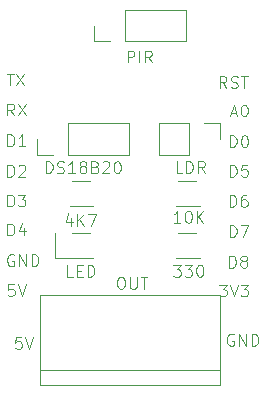
<source format=gbr>
G04 #@! TF.FileFunction,Legend,Top*
%FSLAX46Y46*%
G04 Gerber Fmt 4.6, Leading zero omitted, Abs format (unit mm)*
G04 Created by KiCad (PCBNEW 4.0.7) date 08/03/18 16:25:06*
%MOMM*%
%LPD*%
G01*
G04 APERTURE LIST*
%ADD10C,0.100000*%
%ADD11C,0.120000*%
%ADD12R,1.400000X2.000000*%
%ADD13R,2.400000X2.100000*%
%ADD14R,2.100000X2.100000*%
%ADD15O,2.100000X2.100000*%
%ADD16R,3.400000X3.400000*%
%ADD17C,3.400000*%
%ADD18C,2.200000*%
G04 APERTURE END LIST*
D10*
X156877381Y-95477381D02*
X156544047Y-95001190D01*
X156305952Y-95477381D02*
X156305952Y-94477381D01*
X156686905Y-94477381D01*
X156782143Y-94525000D01*
X156829762Y-94572619D01*
X156877381Y-94667857D01*
X156877381Y-94810714D01*
X156829762Y-94905952D01*
X156782143Y-94953571D01*
X156686905Y-95001190D01*
X156305952Y-95001190D01*
X157258333Y-95429762D02*
X157401190Y-95477381D01*
X157639286Y-95477381D01*
X157734524Y-95429762D01*
X157782143Y-95382143D01*
X157829762Y-95286905D01*
X157829762Y-95191667D01*
X157782143Y-95096429D01*
X157734524Y-95048810D01*
X157639286Y-95001190D01*
X157448809Y-94953571D01*
X157353571Y-94905952D01*
X157305952Y-94858333D01*
X157258333Y-94763095D01*
X157258333Y-94667857D01*
X157305952Y-94572619D01*
X157353571Y-94525000D01*
X157448809Y-94477381D01*
X157686905Y-94477381D01*
X157829762Y-94525000D01*
X158115476Y-94477381D02*
X158686905Y-94477381D01*
X158401190Y-95477381D02*
X158401190Y-94477381D01*
X157235714Y-97591667D02*
X157711905Y-97591667D01*
X157140476Y-97877381D02*
X157473809Y-96877381D01*
X157807143Y-97877381D01*
X158330952Y-96877381D02*
X158426191Y-96877381D01*
X158521429Y-96925000D01*
X158569048Y-96972619D01*
X158616667Y-97067857D01*
X158664286Y-97258333D01*
X158664286Y-97496429D01*
X158616667Y-97686905D01*
X158569048Y-97782143D01*
X158521429Y-97829762D01*
X158426191Y-97877381D01*
X158330952Y-97877381D01*
X158235714Y-97829762D01*
X158188095Y-97782143D01*
X158140476Y-97686905D01*
X158092857Y-97496429D01*
X158092857Y-97258333D01*
X158140476Y-97067857D01*
X158188095Y-96972619D01*
X158235714Y-96925000D01*
X158330952Y-96877381D01*
X157161905Y-100477381D02*
X157161905Y-99477381D01*
X157400000Y-99477381D01*
X157542858Y-99525000D01*
X157638096Y-99620238D01*
X157685715Y-99715476D01*
X157733334Y-99905952D01*
X157733334Y-100048810D01*
X157685715Y-100239286D01*
X157638096Y-100334524D01*
X157542858Y-100429762D01*
X157400000Y-100477381D01*
X157161905Y-100477381D01*
X158352381Y-99477381D02*
X158447620Y-99477381D01*
X158542858Y-99525000D01*
X158590477Y-99572619D01*
X158638096Y-99667857D01*
X158685715Y-99858333D01*
X158685715Y-100096429D01*
X158638096Y-100286905D01*
X158590477Y-100382143D01*
X158542858Y-100429762D01*
X158447620Y-100477381D01*
X158352381Y-100477381D01*
X158257143Y-100429762D01*
X158209524Y-100382143D01*
X158161905Y-100286905D01*
X158114286Y-100096429D01*
X158114286Y-99858333D01*
X158161905Y-99667857D01*
X158209524Y-99572619D01*
X158257143Y-99525000D01*
X158352381Y-99477381D01*
X157161905Y-102977381D02*
X157161905Y-101977381D01*
X157400000Y-101977381D01*
X157542858Y-102025000D01*
X157638096Y-102120238D01*
X157685715Y-102215476D01*
X157733334Y-102405952D01*
X157733334Y-102548810D01*
X157685715Y-102739286D01*
X157638096Y-102834524D01*
X157542858Y-102929762D01*
X157400000Y-102977381D01*
X157161905Y-102977381D01*
X158638096Y-101977381D02*
X158161905Y-101977381D01*
X158114286Y-102453571D01*
X158161905Y-102405952D01*
X158257143Y-102358333D01*
X158495239Y-102358333D01*
X158590477Y-102405952D01*
X158638096Y-102453571D01*
X158685715Y-102548810D01*
X158685715Y-102786905D01*
X158638096Y-102882143D01*
X158590477Y-102929762D01*
X158495239Y-102977381D01*
X158257143Y-102977381D01*
X158161905Y-102929762D01*
X158114286Y-102882143D01*
X157136905Y-105527381D02*
X157136905Y-104527381D01*
X157375000Y-104527381D01*
X157517858Y-104575000D01*
X157613096Y-104670238D01*
X157660715Y-104765476D01*
X157708334Y-104955952D01*
X157708334Y-105098810D01*
X157660715Y-105289286D01*
X157613096Y-105384524D01*
X157517858Y-105479762D01*
X157375000Y-105527381D01*
X157136905Y-105527381D01*
X158565477Y-104527381D02*
X158375000Y-104527381D01*
X158279762Y-104575000D01*
X158232143Y-104622619D01*
X158136905Y-104765476D01*
X158089286Y-104955952D01*
X158089286Y-105336905D01*
X158136905Y-105432143D01*
X158184524Y-105479762D01*
X158279762Y-105527381D01*
X158470239Y-105527381D01*
X158565477Y-105479762D01*
X158613096Y-105432143D01*
X158660715Y-105336905D01*
X158660715Y-105098810D01*
X158613096Y-105003571D01*
X158565477Y-104955952D01*
X158470239Y-104908333D01*
X158279762Y-104908333D01*
X158184524Y-104955952D01*
X158136905Y-105003571D01*
X158089286Y-105098810D01*
X157161905Y-108102381D02*
X157161905Y-107102381D01*
X157400000Y-107102381D01*
X157542858Y-107150000D01*
X157638096Y-107245238D01*
X157685715Y-107340476D01*
X157733334Y-107530952D01*
X157733334Y-107673810D01*
X157685715Y-107864286D01*
X157638096Y-107959524D01*
X157542858Y-108054762D01*
X157400000Y-108102381D01*
X157161905Y-108102381D01*
X158066667Y-107102381D02*
X158733334Y-107102381D01*
X158304762Y-108102381D01*
X157111905Y-110677381D02*
X157111905Y-109677381D01*
X157350000Y-109677381D01*
X157492858Y-109725000D01*
X157588096Y-109820238D01*
X157635715Y-109915476D01*
X157683334Y-110105952D01*
X157683334Y-110248810D01*
X157635715Y-110439286D01*
X157588096Y-110534524D01*
X157492858Y-110629762D01*
X157350000Y-110677381D01*
X157111905Y-110677381D01*
X158254762Y-110105952D02*
X158159524Y-110058333D01*
X158111905Y-110010714D01*
X158064286Y-109915476D01*
X158064286Y-109867857D01*
X158111905Y-109772619D01*
X158159524Y-109725000D01*
X158254762Y-109677381D01*
X158445239Y-109677381D01*
X158540477Y-109725000D01*
X158588096Y-109772619D01*
X158635715Y-109867857D01*
X158635715Y-109915476D01*
X158588096Y-110010714D01*
X158540477Y-110058333D01*
X158445239Y-110105952D01*
X158254762Y-110105952D01*
X158159524Y-110153571D01*
X158111905Y-110201190D01*
X158064286Y-110296429D01*
X158064286Y-110486905D01*
X158111905Y-110582143D01*
X158159524Y-110629762D01*
X158254762Y-110677381D01*
X158445239Y-110677381D01*
X158540477Y-110629762D01*
X158588096Y-110582143D01*
X158635715Y-110486905D01*
X158635715Y-110296429D01*
X158588096Y-110201190D01*
X158540477Y-110153571D01*
X158445239Y-110105952D01*
X156261905Y-112127381D02*
X156880953Y-112127381D01*
X156547619Y-112508333D01*
X156690477Y-112508333D01*
X156785715Y-112555952D01*
X156833334Y-112603571D01*
X156880953Y-112698810D01*
X156880953Y-112936905D01*
X156833334Y-113032143D01*
X156785715Y-113079762D01*
X156690477Y-113127381D01*
X156404762Y-113127381D01*
X156309524Y-113079762D01*
X156261905Y-113032143D01*
X157166667Y-112127381D02*
X157500000Y-113127381D01*
X157833334Y-112127381D01*
X158071429Y-112127381D02*
X158690477Y-112127381D01*
X158357143Y-112508333D01*
X158500001Y-112508333D01*
X158595239Y-112555952D01*
X158642858Y-112603571D01*
X158690477Y-112698810D01*
X158690477Y-112936905D01*
X158642858Y-113032143D01*
X158595239Y-113079762D01*
X158500001Y-113127381D01*
X158214286Y-113127381D01*
X158119048Y-113079762D01*
X158071429Y-113032143D01*
X138288095Y-94252381D02*
X138859524Y-94252381D01*
X138573809Y-95252381D02*
X138573809Y-94252381D01*
X139097619Y-94252381D02*
X139764286Y-95252381D01*
X139764286Y-94252381D02*
X139097619Y-95252381D01*
X138908334Y-97802381D02*
X138575000Y-97326190D01*
X138336905Y-97802381D02*
X138336905Y-96802381D01*
X138717858Y-96802381D01*
X138813096Y-96850000D01*
X138860715Y-96897619D01*
X138908334Y-96992857D01*
X138908334Y-97135714D01*
X138860715Y-97230952D01*
X138813096Y-97278571D01*
X138717858Y-97326190D01*
X138336905Y-97326190D01*
X139241667Y-96802381D02*
X139908334Y-97802381D01*
X139908334Y-96802381D02*
X139241667Y-97802381D01*
X138336905Y-100402381D02*
X138336905Y-99402381D01*
X138575000Y-99402381D01*
X138717858Y-99450000D01*
X138813096Y-99545238D01*
X138860715Y-99640476D01*
X138908334Y-99830952D01*
X138908334Y-99973810D01*
X138860715Y-100164286D01*
X138813096Y-100259524D01*
X138717858Y-100354762D01*
X138575000Y-100402381D01*
X138336905Y-100402381D01*
X139860715Y-100402381D02*
X139289286Y-100402381D01*
X139575000Y-100402381D02*
X139575000Y-99402381D01*
X139479762Y-99545238D01*
X139384524Y-99640476D01*
X139289286Y-99688095D01*
X138336905Y-102977381D02*
X138336905Y-101977381D01*
X138575000Y-101977381D01*
X138717858Y-102025000D01*
X138813096Y-102120238D01*
X138860715Y-102215476D01*
X138908334Y-102405952D01*
X138908334Y-102548810D01*
X138860715Y-102739286D01*
X138813096Y-102834524D01*
X138717858Y-102929762D01*
X138575000Y-102977381D01*
X138336905Y-102977381D01*
X139289286Y-102072619D02*
X139336905Y-102025000D01*
X139432143Y-101977381D01*
X139670239Y-101977381D01*
X139765477Y-102025000D01*
X139813096Y-102072619D01*
X139860715Y-102167857D01*
X139860715Y-102263095D01*
X139813096Y-102405952D01*
X139241667Y-102977381D01*
X139860715Y-102977381D01*
X138336905Y-105502381D02*
X138336905Y-104502381D01*
X138575000Y-104502381D01*
X138717858Y-104550000D01*
X138813096Y-104645238D01*
X138860715Y-104740476D01*
X138908334Y-104930952D01*
X138908334Y-105073810D01*
X138860715Y-105264286D01*
X138813096Y-105359524D01*
X138717858Y-105454762D01*
X138575000Y-105502381D01*
X138336905Y-105502381D01*
X139241667Y-104502381D02*
X139860715Y-104502381D01*
X139527381Y-104883333D01*
X139670239Y-104883333D01*
X139765477Y-104930952D01*
X139813096Y-104978571D01*
X139860715Y-105073810D01*
X139860715Y-105311905D01*
X139813096Y-105407143D01*
X139765477Y-105454762D01*
X139670239Y-105502381D01*
X139384524Y-105502381D01*
X139289286Y-105454762D01*
X139241667Y-105407143D01*
X138336905Y-107952381D02*
X138336905Y-106952381D01*
X138575000Y-106952381D01*
X138717858Y-107000000D01*
X138813096Y-107095238D01*
X138860715Y-107190476D01*
X138908334Y-107380952D01*
X138908334Y-107523810D01*
X138860715Y-107714286D01*
X138813096Y-107809524D01*
X138717858Y-107904762D01*
X138575000Y-107952381D01*
X138336905Y-107952381D01*
X139765477Y-107285714D02*
X139765477Y-107952381D01*
X139527381Y-106904762D02*
X139289286Y-107619048D01*
X139908334Y-107619048D01*
X138863096Y-109600000D02*
X138767858Y-109552381D01*
X138625001Y-109552381D01*
X138482143Y-109600000D01*
X138386905Y-109695238D01*
X138339286Y-109790476D01*
X138291667Y-109980952D01*
X138291667Y-110123810D01*
X138339286Y-110314286D01*
X138386905Y-110409524D01*
X138482143Y-110504762D01*
X138625001Y-110552381D01*
X138720239Y-110552381D01*
X138863096Y-110504762D01*
X138910715Y-110457143D01*
X138910715Y-110123810D01*
X138720239Y-110123810D01*
X139339286Y-110552381D02*
X139339286Y-109552381D01*
X139910715Y-110552381D01*
X139910715Y-109552381D01*
X140386905Y-110552381D02*
X140386905Y-109552381D01*
X140625000Y-109552381D01*
X140767858Y-109600000D01*
X140863096Y-109695238D01*
X140910715Y-109790476D01*
X140958334Y-109980952D01*
X140958334Y-110123810D01*
X140910715Y-110314286D01*
X140863096Y-110409524D01*
X140767858Y-110504762D01*
X140625000Y-110552381D01*
X140386905Y-110552381D01*
X138884524Y-112077381D02*
X138408333Y-112077381D01*
X138360714Y-112553571D01*
X138408333Y-112505952D01*
X138503571Y-112458333D01*
X138741667Y-112458333D01*
X138836905Y-112505952D01*
X138884524Y-112553571D01*
X138932143Y-112648810D01*
X138932143Y-112886905D01*
X138884524Y-112982143D01*
X138836905Y-113029762D01*
X138741667Y-113077381D01*
X138503571Y-113077381D01*
X138408333Y-113029762D01*
X138360714Y-112982143D01*
X139217857Y-112077381D02*
X139551190Y-113077381D01*
X139884524Y-112077381D01*
X147844000Y-111466381D02*
X148034477Y-111466381D01*
X148129715Y-111514000D01*
X148224953Y-111609238D01*
X148272572Y-111799714D01*
X148272572Y-112133048D01*
X148224953Y-112323524D01*
X148129715Y-112418762D01*
X148034477Y-112466381D01*
X147844000Y-112466381D01*
X147748762Y-112418762D01*
X147653524Y-112323524D01*
X147605905Y-112133048D01*
X147605905Y-111799714D01*
X147653524Y-111609238D01*
X147748762Y-111514000D01*
X147844000Y-111466381D01*
X148701143Y-111466381D02*
X148701143Y-112275905D01*
X148748762Y-112371143D01*
X148796381Y-112418762D01*
X148891619Y-112466381D01*
X149082096Y-112466381D01*
X149177334Y-112418762D01*
X149224953Y-112371143D01*
X149272572Y-112275905D01*
X149272572Y-111466381D01*
X149605905Y-111466381D02*
X150177334Y-111466381D01*
X149891619Y-112466381D02*
X149891619Y-111466381D01*
X157480096Y-116340000D02*
X157384858Y-116292381D01*
X157242001Y-116292381D01*
X157099143Y-116340000D01*
X157003905Y-116435238D01*
X156956286Y-116530476D01*
X156908667Y-116720952D01*
X156908667Y-116863810D01*
X156956286Y-117054286D01*
X157003905Y-117149524D01*
X157099143Y-117244762D01*
X157242001Y-117292381D01*
X157337239Y-117292381D01*
X157480096Y-117244762D01*
X157527715Y-117197143D01*
X157527715Y-116863810D01*
X157337239Y-116863810D01*
X157956286Y-117292381D02*
X157956286Y-116292381D01*
X158527715Y-117292381D01*
X158527715Y-116292381D01*
X159003905Y-117292381D02*
X159003905Y-116292381D01*
X159242000Y-116292381D01*
X159384858Y-116340000D01*
X159480096Y-116435238D01*
X159527715Y-116530476D01*
X159575334Y-116720952D01*
X159575334Y-116863810D01*
X159527715Y-117054286D01*
X159480096Y-117149524D01*
X159384858Y-117244762D01*
X159242000Y-117292381D01*
X159003905Y-117292381D01*
X139509524Y-116546381D02*
X139033333Y-116546381D01*
X138985714Y-117022571D01*
X139033333Y-116974952D01*
X139128571Y-116927333D01*
X139366667Y-116927333D01*
X139461905Y-116974952D01*
X139509524Y-117022571D01*
X139557143Y-117117810D01*
X139557143Y-117355905D01*
X139509524Y-117451143D01*
X139461905Y-117498762D01*
X139366667Y-117546381D01*
X139128571Y-117546381D01*
X139033333Y-117498762D01*
X138985714Y-117451143D01*
X139842857Y-116546381D02*
X140176190Y-117546381D01*
X140509524Y-116546381D01*
D11*
X142400000Y-107740000D02*
X142400000Y-109860000D01*
X145600000Y-107740000D02*
X142400000Y-107740000D01*
X142400000Y-109860000D02*
X145600000Y-109860000D01*
X145600000Y-105470000D02*
X143600000Y-105470000D01*
X143600000Y-103330000D02*
X145600000Y-103330000D01*
X154600000Y-109870000D02*
X152600000Y-109870000D01*
X152600000Y-107730000D02*
X154600000Y-107730000D01*
X152600000Y-103330000D02*
X154600000Y-103330000D01*
X154600000Y-105470000D02*
X152600000Y-105470000D01*
X151130000Y-98470000D02*
X151130000Y-101130000D01*
X153730000Y-98470000D02*
X151130000Y-98470000D01*
X153730000Y-101130000D02*
X151130000Y-101130000D01*
X153730000Y-98470000D02*
X153730000Y-101130000D01*
X155000000Y-98470000D02*
X156330000Y-98470000D01*
X156330000Y-98470000D02*
X156330000Y-99800000D01*
X148610000Y-101130000D02*
X148610000Y-98470000D01*
X143470000Y-101130000D02*
X148610000Y-101130000D01*
X143470000Y-98470000D02*
X148610000Y-98470000D01*
X143470000Y-101130000D02*
X143470000Y-98470000D01*
X142200000Y-101130000D02*
X140870000Y-101130000D01*
X140870000Y-101130000D02*
X140870000Y-99800000D01*
X153410000Y-91530000D02*
X153410000Y-88870000D01*
X148270000Y-91530000D02*
X153410000Y-91530000D01*
X148270000Y-88870000D02*
X153410000Y-88870000D01*
X148270000Y-91530000D02*
X148270000Y-88870000D01*
X147000000Y-91530000D02*
X145670000Y-91530000D01*
X145670000Y-91530000D02*
X145670000Y-90200000D01*
X141060000Y-120610000D02*
X141060000Y-112990000D01*
X156300000Y-120610000D02*
X156300000Y-112990000D01*
X141060000Y-119340000D02*
X156300000Y-119340000D01*
X141060000Y-112990000D02*
X156300000Y-112990000D01*
X141060000Y-120610000D02*
X156300000Y-120610000D01*
D10*
X143883143Y-111450381D02*
X143406952Y-111450381D01*
X143406952Y-110450381D01*
X144216476Y-110926571D02*
X144549810Y-110926571D01*
X144692667Y-111450381D02*
X144216476Y-111450381D01*
X144216476Y-110450381D01*
X144692667Y-110450381D01*
X145121238Y-111450381D02*
X145121238Y-110450381D01*
X145359333Y-110450381D01*
X145502191Y-110498000D01*
X145597429Y-110593238D01*
X145645048Y-110688476D01*
X145692667Y-110878952D01*
X145692667Y-111021810D01*
X145645048Y-111212286D01*
X145597429Y-111307524D01*
X145502191Y-111402762D01*
X145359333Y-111450381D01*
X145121238Y-111450381D01*
X143740286Y-106465714D02*
X143740286Y-107132381D01*
X143502190Y-106084762D02*
X143264095Y-106799048D01*
X143883143Y-106799048D01*
X144264095Y-107132381D02*
X144264095Y-106132381D01*
X144835524Y-107132381D02*
X144406952Y-106560952D01*
X144835524Y-106132381D02*
X144264095Y-106703810D01*
X145168857Y-106132381D02*
X145835524Y-106132381D01*
X145406952Y-107132381D01*
X152384286Y-110450381D02*
X153003334Y-110450381D01*
X152670000Y-110831333D01*
X152812858Y-110831333D01*
X152908096Y-110878952D01*
X152955715Y-110926571D01*
X153003334Y-111021810D01*
X153003334Y-111259905D01*
X152955715Y-111355143D01*
X152908096Y-111402762D01*
X152812858Y-111450381D01*
X152527143Y-111450381D01*
X152431905Y-111402762D01*
X152384286Y-111355143D01*
X153336667Y-110450381D02*
X153955715Y-110450381D01*
X153622381Y-110831333D01*
X153765239Y-110831333D01*
X153860477Y-110878952D01*
X153908096Y-110926571D01*
X153955715Y-111021810D01*
X153955715Y-111259905D01*
X153908096Y-111355143D01*
X153860477Y-111402762D01*
X153765239Y-111450381D01*
X153479524Y-111450381D01*
X153384286Y-111402762D01*
X153336667Y-111355143D01*
X154574762Y-110450381D02*
X154670001Y-110450381D01*
X154765239Y-110498000D01*
X154812858Y-110545619D01*
X154860477Y-110640857D01*
X154908096Y-110831333D01*
X154908096Y-111069429D01*
X154860477Y-111259905D01*
X154812858Y-111355143D01*
X154765239Y-111402762D01*
X154670001Y-111450381D01*
X154574762Y-111450381D01*
X154479524Y-111402762D01*
X154431905Y-111355143D01*
X154384286Y-111259905D01*
X154336667Y-111069429D01*
X154336667Y-110831333D01*
X154384286Y-110640857D01*
X154431905Y-110545619D01*
X154479524Y-110498000D01*
X154574762Y-110450381D01*
X152979524Y-106878381D02*
X152408095Y-106878381D01*
X152693809Y-106878381D02*
X152693809Y-105878381D01*
X152598571Y-106021238D01*
X152503333Y-106116476D01*
X152408095Y-106164095D01*
X153598571Y-105878381D02*
X153693810Y-105878381D01*
X153789048Y-105926000D01*
X153836667Y-105973619D01*
X153884286Y-106068857D01*
X153931905Y-106259333D01*
X153931905Y-106497429D01*
X153884286Y-106687905D01*
X153836667Y-106783143D01*
X153789048Y-106830762D01*
X153693810Y-106878381D01*
X153598571Y-106878381D01*
X153503333Y-106830762D01*
X153455714Y-106783143D01*
X153408095Y-106687905D01*
X153360476Y-106497429D01*
X153360476Y-106259333D01*
X153408095Y-106068857D01*
X153455714Y-105973619D01*
X153503333Y-105926000D01*
X153598571Y-105878381D01*
X154360476Y-106878381D02*
X154360476Y-105878381D01*
X154931905Y-106878381D02*
X154503333Y-106306952D01*
X154931905Y-105878381D02*
X154360476Y-106449810D01*
X153134524Y-102652381D02*
X152658333Y-102652381D01*
X152658333Y-101652381D01*
X153467857Y-102652381D02*
X153467857Y-101652381D01*
X153705952Y-101652381D01*
X153848810Y-101700000D01*
X153944048Y-101795238D01*
X153991667Y-101890476D01*
X154039286Y-102080952D01*
X154039286Y-102223810D01*
X153991667Y-102414286D01*
X153944048Y-102509524D01*
X153848810Y-102604762D01*
X153705952Y-102652381D01*
X153467857Y-102652381D01*
X155039286Y-102652381D02*
X154705952Y-102176190D01*
X154467857Y-102652381D02*
X154467857Y-101652381D01*
X154848810Y-101652381D01*
X154944048Y-101700000D01*
X154991667Y-101747619D01*
X155039286Y-101842857D01*
X155039286Y-101985714D01*
X154991667Y-102080952D01*
X154944048Y-102128571D01*
X154848810Y-102176190D01*
X154467857Y-102176190D01*
X141582143Y-102677381D02*
X141582143Y-101677381D01*
X141820238Y-101677381D01*
X141963096Y-101725000D01*
X142058334Y-101820238D01*
X142105953Y-101915476D01*
X142153572Y-102105952D01*
X142153572Y-102248810D01*
X142105953Y-102439286D01*
X142058334Y-102534524D01*
X141963096Y-102629762D01*
X141820238Y-102677381D01*
X141582143Y-102677381D01*
X142534524Y-102629762D02*
X142677381Y-102677381D01*
X142915477Y-102677381D01*
X143010715Y-102629762D01*
X143058334Y-102582143D01*
X143105953Y-102486905D01*
X143105953Y-102391667D01*
X143058334Y-102296429D01*
X143010715Y-102248810D01*
X142915477Y-102201190D01*
X142725000Y-102153571D01*
X142629762Y-102105952D01*
X142582143Y-102058333D01*
X142534524Y-101963095D01*
X142534524Y-101867857D01*
X142582143Y-101772619D01*
X142629762Y-101725000D01*
X142725000Y-101677381D01*
X142963096Y-101677381D01*
X143105953Y-101725000D01*
X144058334Y-102677381D02*
X143486905Y-102677381D01*
X143772619Y-102677381D02*
X143772619Y-101677381D01*
X143677381Y-101820238D01*
X143582143Y-101915476D01*
X143486905Y-101963095D01*
X144629762Y-102105952D02*
X144534524Y-102058333D01*
X144486905Y-102010714D01*
X144439286Y-101915476D01*
X144439286Y-101867857D01*
X144486905Y-101772619D01*
X144534524Y-101725000D01*
X144629762Y-101677381D01*
X144820239Y-101677381D01*
X144915477Y-101725000D01*
X144963096Y-101772619D01*
X145010715Y-101867857D01*
X145010715Y-101915476D01*
X144963096Y-102010714D01*
X144915477Y-102058333D01*
X144820239Y-102105952D01*
X144629762Y-102105952D01*
X144534524Y-102153571D01*
X144486905Y-102201190D01*
X144439286Y-102296429D01*
X144439286Y-102486905D01*
X144486905Y-102582143D01*
X144534524Y-102629762D01*
X144629762Y-102677381D01*
X144820239Y-102677381D01*
X144915477Y-102629762D01*
X144963096Y-102582143D01*
X145010715Y-102486905D01*
X145010715Y-102296429D01*
X144963096Y-102201190D01*
X144915477Y-102153571D01*
X144820239Y-102105952D01*
X145772620Y-102153571D02*
X145915477Y-102201190D01*
X145963096Y-102248810D01*
X146010715Y-102344048D01*
X146010715Y-102486905D01*
X145963096Y-102582143D01*
X145915477Y-102629762D01*
X145820239Y-102677381D01*
X145439286Y-102677381D01*
X145439286Y-101677381D01*
X145772620Y-101677381D01*
X145867858Y-101725000D01*
X145915477Y-101772619D01*
X145963096Y-101867857D01*
X145963096Y-101963095D01*
X145915477Y-102058333D01*
X145867858Y-102105952D01*
X145772620Y-102153571D01*
X145439286Y-102153571D01*
X146391667Y-101772619D02*
X146439286Y-101725000D01*
X146534524Y-101677381D01*
X146772620Y-101677381D01*
X146867858Y-101725000D01*
X146915477Y-101772619D01*
X146963096Y-101867857D01*
X146963096Y-101963095D01*
X146915477Y-102105952D01*
X146344048Y-102677381D01*
X146963096Y-102677381D01*
X147582143Y-101677381D02*
X147677382Y-101677381D01*
X147772620Y-101725000D01*
X147820239Y-101772619D01*
X147867858Y-101867857D01*
X147915477Y-102058333D01*
X147915477Y-102296429D01*
X147867858Y-102486905D01*
X147820239Y-102582143D01*
X147772620Y-102629762D01*
X147677382Y-102677381D01*
X147582143Y-102677381D01*
X147486905Y-102629762D01*
X147439286Y-102582143D01*
X147391667Y-102486905D01*
X147344048Y-102296429D01*
X147344048Y-102058333D01*
X147391667Y-101867857D01*
X147439286Y-101772619D01*
X147486905Y-101725000D01*
X147582143Y-101677381D01*
X148500000Y-93302381D02*
X148500000Y-92302381D01*
X148880953Y-92302381D01*
X148976191Y-92350000D01*
X149023810Y-92397619D01*
X149071429Y-92492857D01*
X149071429Y-92635714D01*
X149023810Y-92730952D01*
X148976191Y-92778571D01*
X148880953Y-92826190D01*
X148500000Y-92826190D01*
X149500000Y-93302381D02*
X149500000Y-92302381D01*
X150547619Y-93302381D02*
X150214285Y-92826190D01*
X149976190Y-93302381D02*
X149976190Y-92302381D01*
X150357143Y-92302381D01*
X150452381Y-92350000D01*
X150500000Y-92397619D01*
X150547619Y-92492857D01*
X150547619Y-92635714D01*
X150500000Y-92730952D01*
X150452381Y-92778571D01*
X150357143Y-92826190D01*
X149976190Y-92826190D01*
%LPC*%
D12*
X143100000Y-108800000D03*
X146100000Y-108800000D03*
D13*
X142600000Y-104400000D03*
X146600000Y-104400000D03*
X151600000Y-108800000D03*
X155600000Y-108800000D03*
X155600000Y-104400000D03*
X151600000Y-104400000D03*
D14*
X155000000Y-99800000D03*
D15*
X152460000Y-99800000D03*
D14*
X142200000Y-99800000D03*
D15*
X144740000Y-99800000D03*
X147280000Y-99800000D03*
D14*
X147000000Y-90200000D03*
D15*
X149540000Y-90200000D03*
X152080000Y-90200000D03*
D16*
X143600000Y-116800000D03*
D17*
X148680000Y-116800000D03*
X153760000Y-116800000D03*
D18*
X137071100Y-94843600D03*
X137071100Y-97383600D03*
X137071100Y-99923600D03*
X137071100Y-102463600D03*
X137071100Y-105003600D03*
X137071100Y-107543600D03*
X137071100Y-110083600D03*
X137071100Y-112623600D03*
X159931100Y-112623600D03*
X159931100Y-110083600D03*
X159931100Y-107543600D03*
X159931100Y-105003600D03*
X159931100Y-102463600D03*
X159931100Y-99923600D03*
X159931100Y-97383600D03*
X159931100Y-94843600D03*
M02*

</source>
